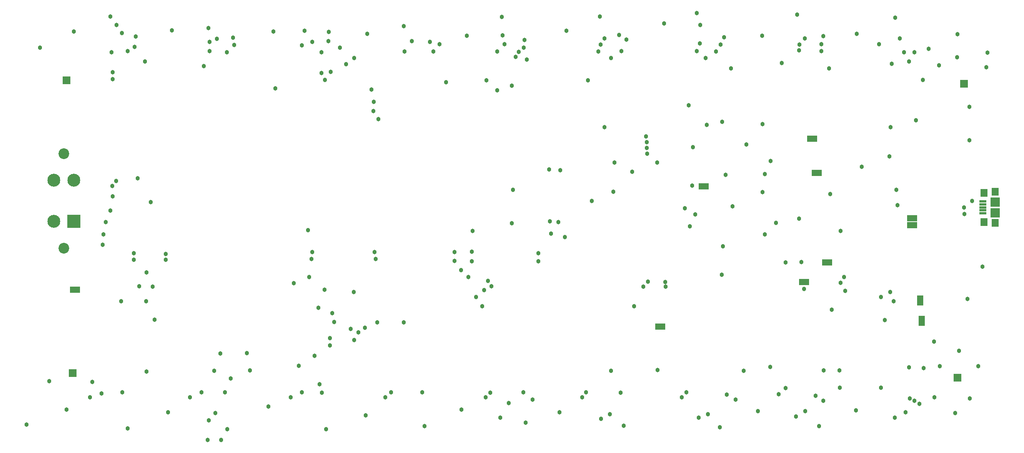
<source format=gbr>
%TF.GenerationSoftware,Altium Limited,Altium Designer,18.1.9 (240)*%
G04 Layer_Color=16711935*
%FSLAX26Y26*%
%MOIN*%
%TF.FileFunction,Soldermask,Bot*%
%TF.Part,Single*%
G01*
G75*
%TA.AperFunction,SMDPad,CuDef*%
%ADD47R,0.082803X0.082803*%
%TA.AperFunction,ConnectorPad*%
%ADD48R,0.059181X0.065087*%
%ADD49R,0.063118X0.070992*%
%ADD50R,0.061150X0.023748*%
%TA.AperFunction,SMDPad,CuDef*%
%ADD51R,0.088709X0.053276*%
%ADD52R,0.053276X0.088709*%
%TA.AperFunction,ViaPad*%
%ADD53R,0.068000X0.068000*%
%TA.AperFunction,ComponentPad*%
%ADD54C,0.111937*%
%ADD55C,0.093039*%
%ADD56R,0.111937X0.111937*%
%TA.AperFunction,ViaPad*%
%ADD57C,0.038000*%
D47*
X9554700Y3070820D02*
D03*
Y3165308D02*
D03*
D48*
Y2983221D02*
D03*
Y3252906D02*
D03*
D49*
X9458243Y2992079D02*
D03*
Y3244048D02*
D03*
D50*
X9449385Y3066883D02*
D03*
Y3092473D02*
D03*
Y3118064D02*
D03*
Y3143654D02*
D03*
Y3169245D02*
D03*
D51*
X7030000Y3301634D02*
D03*
X8834700Y2963408D02*
D03*
Y3023408D02*
D03*
X8100000Y2640000D02*
D03*
X7900000Y2470000D02*
D03*
X6651929Y2085000D02*
D03*
X7970000Y3715000D02*
D03*
X8009700Y3418408D02*
D03*
X1580000Y2405000D02*
D03*
D52*
X8905000Y2310000D02*
D03*
X8918031Y2135000D02*
D03*
D53*
X1505000Y4220000D02*
D03*
X1560000Y1680000D02*
D03*
X9230000Y1640000D02*
D03*
X9287426Y4190000D02*
D03*
D54*
X1395000Y2995945D02*
D03*
Y3355000D02*
D03*
X1570197D02*
D03*
D55*
X1482677Y2765472D02*
D03*
Y3585551D02*
D03*
D56*
X1570197Y2995945D02*
D03*
D57*
X8640000Y3560000D02*
D03*
X9331451Y3700000D02*
D03*
Y3990000D02*
D03*
X8930000Y4223609D02*
D03*
X3315000Y4150000D02*
D03*
X6900000Y4005000D02*
D03*
X7855000Y3020870D02*
D03*
X7560000Y3408476D02*
D03*
X7610000Y3520000D02*
D03*
X9210000Y1335000D02*
D03*
X8350000Y1358024D02*
D03*
X7500000Y1351569D02*
D03*
X5780814Y1340000D02*
D03*
X4930000Y1364147D02*
D03*
X4100000Y1315000D02*
D03*
X3255000Y1390000D02*
D03*
X2385000Y1340000D02*
D03*
X1505000Y1365000D02*
D03*
X1568928Y4645000D02*
D03*
X2420000Y4653550D02*
D03*
X3300000Y4643431D02*
D03*
X4112638Y4625000D02*
D03*
X4975000Y4606462D02*
D03*
X9230000Y4620000D02*
D03*
X8355000Y4625000D02*
D03*
X7535000Y4606462D02*
D03*
X5840000Y4650000D02*
D03*
X6245000Y3254421D02*
D03*
X6061048Y3173032D02*
D03*
X7220000Y3401018D02*
D03*
X6936850Y3640000D02*
D03*
X7185000Y2535000D02*
D03*
X7540000Y3250000D02*
D03*
X6685000Y4715000D02*
D03*
X9335174Y1460000D02*
D03*
X8900000Y1415000D02*
D03*
X8855000Y1442025D02*
D03*
X1730000Y1605000D02*
D03*
X8815000Y1460000D02*
D03*
X8245769Y2515000D02*
D03*
X8710000Y3137196D02*
D03*
X1985000Y4630000D02*
D03*
X5545000Y1450000D02*
D03*
X7305000Y1451976D02*
D03*
X8065000Y1442025D02*
D03*
X9030000Y1470000D02*
D03*
X9244256Y1875000D02*
D03*
X8700000Y3271508D02*
D03*
X7195000Y2780000D02*
D03*
X6865000Y3110000D02*
D03*
X8730000Y4583191D02*
D03*
X7905000D02*
D03*
X6995000Y4539755D02*
D03*
X6170000Y4584755D02*
D03*
X5303550Y4535000D02*
D03*
X4500000Y4560000D02*
D03*
X3635000Y4555000D02*
D03*
X2810000Y4580245D02*
D03*
X8140000Y2230000D02*
D03*
X4320000Y1515000D02*
D03*
X5160000Y2480000D02*
D03*
X5190000Y2435000D02*
D03*
X6505000Y2430000D02*
D03*
X8215000Y2915000D02*
D03*
X8255000Y2395000D02*
D03*
X9290000Y3060000D02*
D03*
X4150000Y4140000D02*
D03*
X4000000Y4415000D02*
D03*
X2185000Y4385000D02*
D03*
X2237000Y3165000D02*
D03*
X2895000Y4465000D02*
D03*
X5495000Y4400000D02*
D03*
X5400000Y4425000D02*
D03*
X5470000Y4505000D02*
D03*
X5425000Y4468431D02*
D03*
X6970000Y4805000D02*
D03*
X7045000Y4415000D02*
D03*
X7135000Y4470000D02*
D03*
X7860000Y4530000D02*
D03*
X8810000Y4385000D02*
D03*
X9225000Y4420000D02*
D03*
X8765000Y4465000D02*
D03*
X8645000Y2384000D02*
D03*
X8565000Y2340000D02*
D03*
X8600000Y2140000D02*
D03*
X8675000Y2305000D02*
D03*
X6545000Y2475000D02*
D03*
X5595000Y2720000D02*
D03*
X6695174Y2470000D02*
D03*
X9355000Y3173032D02*
D03*
X9287426Y3117426D02*
D03*
X3715000Y4465000D02*
D03*
X1940000Y4700000D02*
D03*
X2095000Y4510000D02*
D03*
X2035000Y4475000D02*
D03*
X3775000Y4560000D02*
D03*
X4656569Y4555000D02*
D03*
X4199370Y2120000D02*
D03*
X1980000Y2305000D02*
D03*
X3970000Y2065000D02*
D03*
X4430000Y2120000D02*
D03*
X7655000Y2985000D02*
D03*
X7560000Y2885000D02*
D03*
X6910000Y2955000D02*
D03*
X1904000Y3303732D02*
D03*
X1905000Y3215000D02*
D03*
X1160000Y1235000D02*
D03*
X2730000Y1100000D02*
D03*
X2845000D02*
D03*
X7830000Y1305000D02*
D03*
X6010000Y1515000D02*
D03*
X5465000D02*
D03*
X5340000Y1420000D02*
D03*
X5180000Y1510000D02*
D03*
X5265000Y1295000D02*
D03*
X8810000Y1730000D02*
D03*
X9410000Y1740000D02*
D03*
X6880000Y1515000D02*
D03*
X7605000Y1735000D02*
D03*
X9075000Y1740000D02*
D03*
X8935000Y1725000D02*
D03*
X6225000Y1702336D02*
D03*
X7910000Y1351569D02*
D03*
X2090000Y2665000D02*
D03*
X2365000D02*
D03*
X3630000Y2670000D02*
D03*
X4185000D02*
D03*
X4870000Y2655630D02*
D03*
X5020000Y2650000D02*
D03*
X5595000D02*
D03*
X6700000Y2430000D02*
D03*
X5020000Y2735000D02*
D03*
X4870000Y2730000D02*
D03*
X4175000D02*
D03*
X3635000D02*
D03*
X2365000Y2715000D02*
D03*
X2090000Y2720000D02*
D03*
X1820000Y2795000D02*
D03*
X6254874Y3506508D02*
D03*
X6170000Y3815000D02*
D03*
X6624874Y3506508D02*
D03*
X9445000Y2605000D02*
D03*
X8980000Y4495000D02*
D03*
X8650000Y3815000D02*
D03*
X8550000Y4535000D02*
D03*
X8870000Y3875000D02*
D03*
X5705000Y2890000D02*
D03*
X5025000Y2915000D02*
D03*
X3600000Y2920000D02*
D03*
X5364608Y2980000D02*
D03*
X5374874Y3271508D02*
D03*
X4925000Y2575000D02*
D03*
X3475000Y2460000D02*
D03*
X3070000Y1855000D02*
D03*
X4990000Y2515000D02*
D03*
X3610000D02*
D03*
X2840000Y1850000D02*
D03*
X2785000Y1700000D02*
D03*
X2930000Y1635000D02*
D03*
X9315000Y2325000D02*
D03*
X5825000Y2860000D02*
D03*
X5770000Y2990000D02*
D03*
X5784874Y3441508D02*
D03*
X5125000Y2400000D02*
D03*
X5110000Y2260000D02*
D03*
X6409874Y3426508D02*
D03*
X6540000Y3585000D02*
D03*
X6425000Y2260000D02*
D03*
X2745000Y4555000D02*
D03*
X7279874Y3126508D02*
D03*
X7400000Y3665000D02*
D03*
X7055000Y3835000D02*
D03*
X7190000Y3860000D02*
D03*
X7540000Y3840000D02*
D03*
X5055000Y2340000D02*
D03*
X6535000Y3635000D02*
D03*
Y3685000D02*
D03*
X6530000Y3735000D02*
D03*
X5689874Y3446508D02*
D03*
X5695174Y2996486D02*
D03*
X9480000Y4335000D02*
D03*
X9490000Y4460000D02*
D03*
X9070000Y4350000D02*
D03*
X8400000Y3470000D02*
D03*
X8125000Y3235000D02*
D03*
X7740000Y2640000D02*
D03*
X7875000Y2645000D02*
D03*
X7900000Y2410000D02*
D03*
X2735000Y4675000D02*
D03*
X2960000Y4528431D02*
D03*
X3545000Y4523000D02*
D03*
X5240000Y4135000D02*
D03*
X5364608Y4175000D02*
D03*
X6360000Y4575000D02*
D03*
X5145000Y4220000D02*
D03*
X5280000Y4770000D02*
D03*
X4795000Y4205000D02*
D03*
X4740079Y4535079D02*
D03*
X4210000Y3885000D02*
D03*
X2950000Y4590000D02*
D03*
X4165000Y3955000D02*
D03*
X4430000Y4690000D02*
D03*
X3570000Y4650000D02*
D03*
X3780000Y4640000D02*
D03*
X4685000Y4470000D02*
D03*
X4435000D02*
D03*
X5285000Y4610000D02*
D03*
X6135000Y4530000D02*
D03*
X6295000Y4615000D02*
D03*
X7000000Y4700000D02*
D03*
X7176789Y4531642D02*
D03*
X8050000Y4535000D02*
D03*
X8065000Y4605000D02*
D03*
X8050000Y4475000D02*
D03*
X5240000Y4470000D02*
D03*
X3715000Y4285000D02*
D03*
X1905000Y4290000D02*
D03*
X3745000Y4225000D02*
D03*
X1905000Y4230000D02*
D03*
X4170000Y4035000D02*
D03*
X1885000Y4775000D02*
D03*
X6025000Y4220000D02*
D03*
X6225000Y4415000D02*
D03*
X8115000Y4325000D02*
D03*
X7265000D02*
D03*
X8660000Y4365000D02*
D03*
X8690000Y4765000D02*
D03*
X7705000Y4370000D02*
D03*
X7840000Y4790000D02*
D03*
X7205000Y4595000D02*
D03*
X6130000Y4775000D02*
D03*
X5475000Y4570000D02*
D03*
X1275000Y4505000D02*
D03*
X3795000Y4295000D02*
D03*
X2105000Y4600000D02*
D03*
X3930000Y4360000D02*
D03*
X2695000Y4345000D02*
D03*
X3875000Y4505000D02*
D03*
X1895000Y4465000D02*
D03*
X2745000Y4475000D02*
D03*
X6115000Y4470000D02*
D03*
X6315000Y4475000D02*
D03*
X6970000D02*
D03*
X7855000Y4480000D02*
D03*
X8855000Y4465000D02*
D03*
X3742000Y2404000D02*
D03*
X3996000Y2384000D02*
D03*
X2122000Y3371000D02*
D03*
X1935000Y3346000D02*
D03*
X4037000Y2033000D02*
D03*
X3825000Y2125000D02*
D03*
X4093000Y2075000D02*
D03*
X4000000Y1966252D02*
D03*
X3691000Y2248000D02*
D03*
X3808000Y2201000D02*
D03*
X6629000Y1706000D02*
D03*
X2270000Y2145000D02*
D03*
X1885000Y3090000D02*
D03*
X3790000Y1985000D02*
D03*
Y1920000D02*
D03*
X1845000Y2990000D02*
D03*
X1825000Y2885000D02*
D03*
X3655000Y1830000D02*
D03*
X3520000Y1745000D02*
D03*
X2135000Y2435000D02*
D03*
X2195000Y2305000D02*
D03*
X2200000Y2555000D02*
D03*
X2253284Y2430000D02*
D03*
X1355000Y1610000D02*
D03*
X1710000Y1470000D02*
D03*
X2200000Y1695000D02*
D03*
X2035000Y1200000D02*
D03*
X2575000Y1470000D02*
D03*
X3095000Y1705000D02*
D03*
X2900000Y1195000D02*
D03*
X3450000Y1470000D02*
D03*
X3755000Y1195000D02*
D03*
X4270000Y1470000D02*
D03*
X4610000Y1220000D02*
D03*
X5140000Y1470000D02*
D03*
X6929874Y3306508D02*
D03*
X6954874Y3058408D02*
D03*
X5485000Y1250000D02*
D03*
X5975000Y1470000D02*
D03*
X6335000Y1225000D02*
D03*
X6840000Y1470000D02*
D03*
X8565000Y1555000D02*
D03*
X8070000Y1705000D02*
D03*
X8030000Y1220000D02*
D03*
X8210000Y1555000D02*
D03*
X7679134Y1496569D02*
D03*
X7375000Y1700000D02*
D03*
X7170000Y1210000D02*
D03*
X9025000Y1955000D02*
D03*
X8205000Y1705000D02*
D03*
X1810000Y1505000D02*
D03*
X1990000Y1515000D02*
D03*
X2675000D02*
D03*
X2880000D02*
D03*
X8000000Y1485000D02*
D03*
X7230000Y1495000D02*
D03*
X6310000Y1510000D02*
D03*
X4590000Y1515000D02*
D03*
X3545000D02*
D03*
X3718432Y1510000D02*
D03*
X6215000Y1325000D02*
D03*
X6140000Y1285000D02*
D03*
X7740000Y1550000D02*
D03*
X3700000Y1585000D02*
D03*
X2740000Y1270000D02*
D03*
X2795000Y1335000D02*
D03*
X7065000Y1325000D02*
D03*
X6985000Y1295000D02*
D03*
X8685000D02*
D03*
X8780000Y1340000D02*
D03*
X8215000Y2465000D02*
D03*
%TF.MD5,ad2d67113a1e9c3fb2a8571501c5a6ce*%
M02*

</source>
